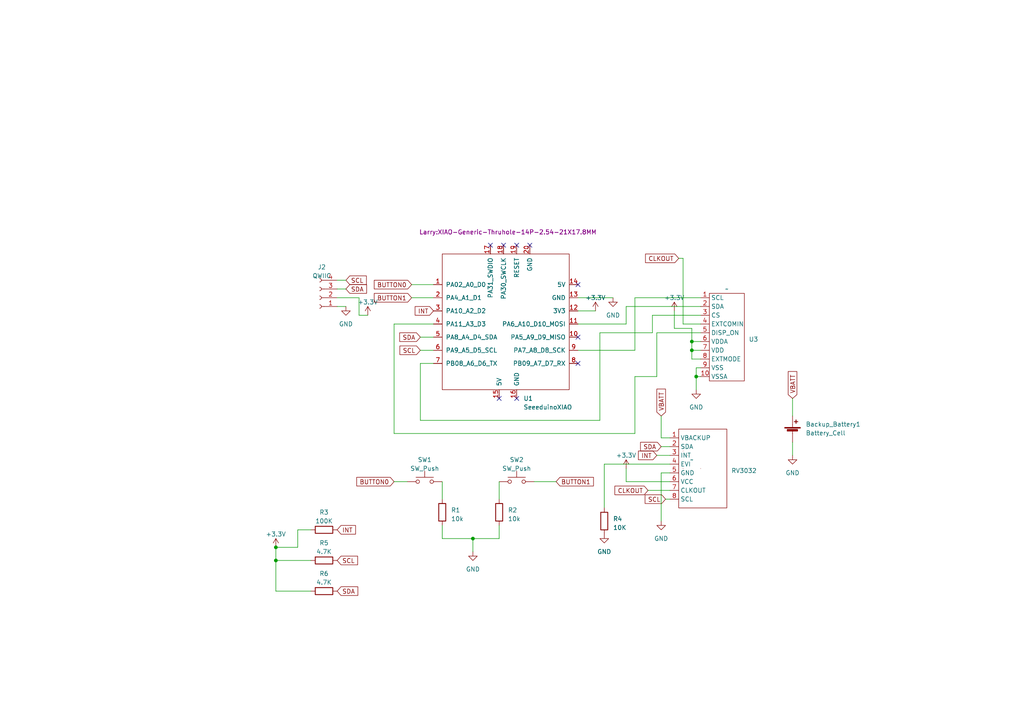
<source format=kicad_sch>
(kicad_sch (version 20230121) (generator eeschema)
  (paper "A4")
  (lib_symbols
    (symbol "Connector:Conn_01x04_Socket" (pin_names (offset 1.016) hide)
      (property "Reference" "J" (at 0 5.08 0))
      (property "Value" "Conn_01x04_Socket" (at 0 -7.62 0))
      (symbol "Conn_01x04_Socket_1_1"
        (arc (start 0 -4.572) (mid -0.5058 -5.08) (end 0 -5.588) (stroke (width 0.1524)))
        (arc (start 0 -2.032) (mid -0.5058 -2.54) (end 0 -3.048) (stroke (width 0.1524)))
        (polyline (pts (xy -1.27 -5.08) (xy -0.508 -5.08)) (stroke (width 0.1524)))
        (polyline (pts (xy -1.27 -2.54) (xy -0.508 -2.54)) (stroke (width 0.1524)))
        (polyline (pts (xy -1.27 0) (xy -0.508 0)) (stroke (width 0.1524)))
        (polyline (pts (xy -1.27 2.54) (xy -0.508 2.54)) (stroke (width 0.1524)))
        (arc (start 0 0.508) (mid -0.5058 0) (end 0 -0.508) (stroke (width 0.1524)))
        (arc (start 0 3.048) (mid -0.5058 2.54) (end 0 2.032) (stroke (width 0.1524)))
        (pin passive line (at -5.08 2.54 0) (length 3.81) (name "Pin_1") (number "1"))
        (pin passive line (at -5.08 0 0) (length 3.81) (name "Pin_2") (number "2"))
        (pin passive line (at -5.08 -2.54 0) (length 3.81) (name "Pin_3") (number "3"))
        (pin passive line (at -5.08 -5.08 0) (length 3.81) (name "Pin_4") (number "4"))
      )
    )
    (symbol "Device:Battery_Cell" (pin_numbers hide) (pin_names (offset 0) hide)
      (property "Reference" "BT" (at 2.54 2.54 0))
      (property "Value" "Battery_Cell" (at 2.54 0 0))
      (symbol "Battery_Cell_0_1"
        (rectangle (start -2.286 1.778) (end 2.286 1.524) (fill (type outline)))
        (rectangle (start -1.5748 1.1938) (end 1.4732 0.6858) (fill (type outline)))
        (polyline (pts (xy 0 0.762) (xy 0 0)))
        (polyline (pts (xy 0 1.778) (xy 0 2.54)))
        (polyline (pts (xy 0.508 3.429) (xy 1.524 3.429)) (stroke (width 0.254)))
        (polyline (pts (xy 1.016 3.937) (xy 1.016 2.921)) (stroke (width 0.254)))
      )
      (symbol "Battery_Cell_1_1"
        (pin passive line (at 0 5.08 270) (length 2.54) (name "+") (number "1"))
        (pin passive line (at 0 -2.54 90) (length 2.54) (name "-") (number "2"))
      )
    )
    (symbol "Device:R" (pin_numbers hide) (pin_names (offset 0))
      (property "Reference" "R" (at 2.032 0 90))
      (property "Value" "R" (at 0 0 90))
      (symbol "R_0_1"
        (rectangle (start -1.016 -2.54) (end 1.016 2.54) (stroke (width 0.254)))
      )
      (symbol "R_1_1"
        (pin passive line (at 0 3.81 270) (length 1.27) (name "~") (number "1"))
        (pin passive line (at 0 -3.81 90) (length 1.27) (name "~") (number "2"))
      )
    )
    (symbol "Larry_Library:RV_3032_C7"
      (property "Reference" "U" (at 2.54 10.16 0))
      (symbol "RV_3032_C7_0_1"
        (rectangle (start -3.81 8.89) (end 10.16 -13.97))
        (rectangle (start -2.54 -2.54) (end -2.54 -2.54))
        (rectangle (start -2.54 2.54) (end -2.54 2.54))
        (rectangle (start -1.27 1.27) (end -1.27 1.27))
        (rectangle (start 2.54 -2.54) (end 2.54 -2.54))
      )
      (symbol "RV_3032_C7_1_1"
        (pin output line (at -6.35 6.35 0) (length 2.54) (name "VBACKUP") (number "1"))
        (pin bidirectional line (at -6.35 3.81 0) (length 2.54) (name "SDA") (number "2"))
        (pin output line (at -6.35 1.27 0) (length 2.54) (name "INT") (number "3"))
        (pin input line (at -6.35 -1.27 0) (length 2.54) (name "EVI") (number "4"))
        (pin power_in line (at -6.35 -3.81 0) (length 2.54) (name "GND") (number "5"))
        (pin power_in line (at -6.35 -6.35 0) (length 2.54) (name "VCC") (number "6"))
        (pin output line (at -6.35 -8.89 0) (length 2.54) (name "CLKOUT") (number "7"))
        (pin input line (at -6.35 -11.43 0) (length 2.54) (name "SCL") (number "8"))
      )
    )
    (symbol "Larry_Library:SeeeduinoXIAO" (pin_names (offset 1.016))
      (property "Reference" "U" (at -19.05 22.86 0))
      (property "Value" "SeeeduinoXIAO" (at -12.7 21.59 0))
      (symbol "SeeeduinoXIAO_0_1"
        (rectangle (start -19.05 20.32) (end 17.78 -19.05))
      )
      (symbol "SeeeduinoXIAO_1_1"
        (pin unspecified line (at -21.59 11.43 0) (length 2.54) (name "PA02_A0_D0") (number "1"))
        (pin unspecified line (at 20.32 -3.81 180) (length 2.54) (name "PA5_A9_D9_MISO") (number "10"))
        (pin unspecified line (at 20.32 0 180) (length 2.54) (name "PA6_A10_D10_MOSI") (number "11"))
        (pin unspecified line (at 20.32 3.81 180) (length 2.54) (name "3V3") (number "12"))
        (pin unspecified line (at 20.32 7.62 180) (length 2.54) (name "GND") (number "13"))
        (pin unspecified line (at 20.32 11.43 180) (length 2.54) (name "5V") (number "14"))
        (pin input line (at -2.54 -21.59 90) (length 2.54) (name "5V") (number "15"))
        (pin input line (at 2.54 -21.59 90) (length 2.54) (name "GND") (number "16"))
        (pin input line (at -5.08 22.86 270) (length 2.54) (name "PA31_SWDIO") (number "17"))
        (pin input line (at -1.27 22.86 270) (length 2.54) (name "PA30_SWCLK") (number "18"))
        (pin input line (at 2.54 22.86 270) (length 2.54) (name "RESET") (number "19"))
        (pin unspecified line (at -21.59 7.62 0) (length 2.54) (name "PA4_A1_D1") (number "2"))
        (pin input line (at 6.35 22.86 270) (length 2.54) (name "GND") (number "20"))
        (pin unspecified line (at -21.59 3.81 0) (length 2.54) (name "PA10_A2_D2") (number "3"))
        (pin unspecified line (at -21.59 0 0) (length 2.54) (name "PA11_A3_D3") (number "4"))
        (pin unspecified line (at -21.59 -3.81 0) (length 2.54) (name "PA8_A4_D4_SDA") (number "5"))
        (pin unspecified line (at -21.59 -7.62 0) (length 2.54) (name "PA9_A5_D5_SCL") (number "6"))
        (pin unspecified line (at -21.59 -11.43 0) (length 2.54) (name "PB08_A6_D6_TX") (number "7"))
        (pin unspecified line (at 20.32 -11.43 180) (length 2.54) (name "PB09_A7_D7_RX") (number "8"))
        (pin unspecified line (at 20.32 -7.62 180) (length 2.54) (name "PA7_A8_D8_SCK") (number "9"))
      )
    )
    (symbol "Larry_Library:Sharp_Memory_LCD"
      (property "Reference" "U" (at 0 0 0))
      (symbol "Sharp_Memory_LCD_0_1"
        (rectangle (start -5.08 -1.27) (end 5.08 -26.67))
      )
      (symbol "Sharp_Memory_LCD_1_1"
        (pin input line (at -7.62 -2.54 0) (length 2.54) (name "SCL") (number "1"))
        (pin power_in line (at -7.62 -25.4 0) (length 2.54) (name "VSSA") (number "10"))
        (pin input line (at -7.62 -5.08 0) (length 2.54) (name "SDA") (number "2"))
        (pin input line (at -7.62 -7.62 0) (length 2.54) (name "CS") (number "3"))
        (pin input line (at -7.62 -10.16 0) (length 2.54) (name "EXTCOMIN") (number "4"))
        (pin input line (at -7.62 -12.7 0) (length 2.54) (name "DISP_ON") (number "5"))
        (pin power_in line (at -7.62 -15.24 0) (length 2.54) (name "VDDA") (number "6"))
        (pin power_in line (at -7.62 -17.78 0) (length 2.54) (name "VDD") (number "7"))
        (pin input line (at -7.62 -20.32 0) (length 2.54) (name "EXTMODE") (number "8"))
        (pin power_in line (at -7.62 -22.86 0) (length 2.54) (name "VSS") (number "9"))
      )
    )
    (symbol "Switch:SW_Push" (pin_numbers hide) (pin_names (offset 1.016) hide)
      (property "Reference" "SW" (at 1.27 2.54 0))
      (property "Value" "SW_Push" (at 0 -1.524 0))
      (symbol "SW_Push_0_1"
        (circle (center -2.032 0) (radius 0.508))
        (polyline (pts (xy 0 1.27) (xy 0 3.048)))
        (polyline (pts (xy 2.54 1.27) (xy -2.54 1.27)))
        (circle (center 2.032 0) (radius 0.508))
        (pin passive line (at -5.08 0 0) (length 2.54) (name "1") (number "1"))
        (pin passive line (at 5.08 0 180) (length 2.54) (name "2") (number "2"))
      )
    )
    (symbol "power:+3.3V" (power) (pin_names (offset 0))
      (property "Value" "+3.3V" (at 0 3.556 0))
      (symbol "+3.3V_0_1"
        (polyline (pts (xy -0.762 1.27) (xy 0 2.54)))
        (polyline (pts (xy 0 0) (xy 0 2.54)))
        (polyline (pts (xy 0 2.54) (xy 0.762 1.27)))
      )
      (symbol "+3.3V_1_1"
        (pin power_in line (at 0 0 90) (length 0) hide (name "+3.3V") (number "1"))
      )
    )
    (symbol "power:GND" (power) (pin_names (offset 0))
      (property "Value" "GND" (at 0 -3.81 0))
      (symbol "GND_0_1"
        (polyline (pts (xy 0 0) (xy 0 -1.27) (xy 1.27 -1.27) (xy 0 -2.54) (xy -1.27 -1.27) (xy 0 -1.27)))
      )
      (symbol "GND_1_1"
        (pin power_in line (at 0 0 270) (length 0) hide (name "GND") (number "1"))
      )
    )
  )
  (junction (at 80.01 162.56))
  (junction (at 80.01 158.75))
  (junction (at 201.93 109.22))
  (junction (at 200.66 101.6))
  (junction (at 137.16 156.21))
  (junction (at 200.66 99.06))
  (no_connect (at 167.64 82.55))
  (no_connect (at 142.24 71.12))
  (no_connect (at 149.86 71.12))
  (no_connect (at 167.64 97.79))
  (no_connect (at 146.05 71.12))
  (no_connect (at 167.64 105.41))
  (no_connect (at 153.67 71.12))
  (no_connect (at 149.86 115.57))
  (no_connect (at 144.78 115.57))
  (wire (pts (xy 189.23 96.52) (xy 189.23 91.44)))
  (wire (pts (xy 191.77 137.16) (xy 191.77 151.13)))
  (wire (pts (xy 181.61 88.9) (xy 181.61 93.98)))
  (wire (pts (xy 121.92 97.79) (xy 125.73 97.79)))
  (wire (pts (xy 114.3 139.7) (xy 118.11 139.7)))
  (wire (pts (xy 201.93 109.22) (xy 203.2 109.22)))
  (wire (pts (xy 191.77 129.54) (xy 194.31 129.54)))
  (wire (pts (xy 175.26 134.62) (xy 175.26 147.32)))
  (wire (pts (xy 187.96 142.24) (xy 194.31 142.24)))
  (wire (pts (xy 167.64 86.36) (xy 177.8 86.36)))
  (wire (pts (xy 195.58 95.25) (xy 195.58 90.17)))
  (wire (pts (xy 90.17 171.45) (xy 80.01 171.45)))
  (wire (pts (xy 200.66 101.6) (xy 203.2 101.6)))
  (wire (pts (xy 173.99 96.52) (xy 189.23 96.52)))
  (wire (pts (xy 104.14 91.44) (xy 106.68 91.44)))
  (wire (pts (xy 198.12 74.93) (xy 196.85 74.93)))
  (wire (pts (xy 154.94 139.7) (xy 161.29 139.7)))
  (wire (pts (xy 190.5 109.22) (xy 190.5 96.52)))
  (wire (pts (xy 190.5 96.52) (xy 203.2 96.52)))
  (wire (pts (xy 86.36 158.75) (xy 80.01 158.75)))
  (wire (pts (xy 121.92 101.6) (xy 125.73 101.6)))
  (wire (pts (xy 97.79 81.28) (xy 100.33 81.28)))
  (wire (pts (xy 200.66 99.06) (xy 203.2 99.06)))
  (wire (pts (xy 184.15 101.6) (xy 167.64 101.6)))
  (wire (pts (xy 137.16 156.21) (xy 128.27 156.21)))
  (wire (pts (xy 144.78 156.21) (xy 137.16 156.21)))
  (wire (pts (xy 194.31 137.16) (xy 191.77 137.16)))
  (wire (pts (xy 90.17 153.67) (xy 86.36 153.67)))
  (wire (pts (xy 119.38 86.36) (xy 125.73 86.36)))
  (wire (pts (xy 137.16 160.02) (xy 137.16 156.21)))
  (wire (pts (xy 104.14 86.36) (xy 104.14 91.44)))
  (wire (pts (xy 121.92 105.41) (xy 125.73 105.41)))
  (wire (pts (xy 201.93 106.68) (xy 201.93 109.22)))
  (wire (pts (xy 203.2 88.9) (xy 181.61 88.9)))
  (wire (pts (xy 97.79 88.9) (xy 100.33 88.9)))
  (wire (pts (xy 198.12 93.98) (xy 198.12 74.93)))
  (wire (pts (xy 114.3 93.98) (xy 114.3 125.73)))
  (wire (pts (xy 119.38 82.55) (xy 125.73 82.55)))
  (wire (pts (xy 203.2 104.14) (xy 200.66 104.14)))
  (wire (pts (xy 128.27 156.21) (xy 128.27 152.4)))
  (wire (pts (xy 190.5 132.08) (xy 194.31 132.08)))
  (wire (pts (xy 194.31 139.7) (xy 181.61 139.7)))
  (wire (pts (xy 191.77 120.65) (xy 191.77 127)))
  (wire (pts (xy 184.15 86.36) (xy 184.15 101.6)))
  (wire (pts (xy 194.31 134.62) (xy 175.26 134.62)))
  (wire (pts (xy 167.64 93.98) (xy 181.61 93.98)))
  (wire (pts (xy 191.77 127) (xy 194.31 127)))
  (wire (pts (xy 200.66 99.06) (xy 200.66 95.25)))
  (wire (pts (xy 189.23 91.44) (xy 203.2 91.44)))
  (wire (pts (xy 173.99 96.52) (xy 173.99 121.92)))
  (wire (pts (xy 121.92 121.92) (xy 121.92 105.41)))
  (wire (pts (xy 90.17 162.56) (xy 80.01 162.56)))
  (wire (pts (xy 184.15 109.22) (xy 190.5 109.22)))
  (wire (pts (xy 97.79 86.36) (xy 104.14 86.36)))
  (wire (pts (xy 86.36 153.67) (xy 86.36 158.75)))
  (wire (pts (xy 80.01 162.56) (xy 80.01 171.45)))
  (wire (pts (xy 144.78 139.7) (xy 144.78 144.78)))
  (wire (pts (xy 229.87 115.57) (xy 229.87 120.65)))
  (wire (pts (xy 203.2 106.68) (xy 201.93 106.68)))
  (wire (pts (xy 167.64 90.17) (xy 172.72 90.17)))
  (wire (pts (xy 80.01 158.75) (xy 80.01 162.56)))
  (wire (pts (xy 203.2 86.36) (xy 184.15 86.36)))
  (wire (pts (xy 193.04 144.78) (xy 194.31 144.78)))
  (wire (pts (xy 200.66 104.14) (xy 200.66 101.6)))
  (wire (pts (xy 195.58 95.25) (xy 200.66 95.25)))
  (wire (pts (xy 114.3 125.73) (xy 184.15 125.73)))
  (wire (pts (xy 200.66 101.6) (xy 200.66 99.06)))
  (wire (pts (xy 181.61 139.7) (xy 181.61 135.89)))
  (wire (pts (xy 97.79 83.82) (xy 100.33 83.82)))
  (wire (pts (xy 128.27 139.7) (xy 128.27 144.78)))
  (wire (pts (xy 125.73 93.98) (xy 114.3 93.98)))
  (wire (pts (xy 201.93 109.22) (xy 201.93 113.03)))
  (wire (pts (xy 203.2 93.98) (xy 198.12 93.98)))
  (wire (pts (xy 229.87 128.27) (xy 229.87 132.08)))
  (wire (pts (xy 173.99 121.92) (xy 121.92 121.92)))
  (wire (pts (xy 144.78 152.4) (xy 144.78 156.21)))
  (wire (pts (xy 184.15 109.22) (xy 184.15 125.73)))
  (global_label "SCL" (shape input) (at 121.92 101.6 180) (property "Intersheetrefs" "${INTERSHEET_REFS}" (effects hide)))
  (global_label "INT" (shape input) (at 97.79 153.67 0) (property "Intersheetrefs" "${INTERSHEET_REFS}" (effects hide)))
  (global_label "INT" (shape input) (at 190.5 132.08 180) (property "Intersheetrefs" "${INTERSHEET_REFS}" (effects hide)))
  (global_label "INT" (shape input) (at 125.73 90.17 180) (property "Intersheetrefs" "${INTERSHEET_REFS}" (effects hide)))
  (global_label "CLKOUT" (shape input) (at 196.85 74.93 180) (property "Intersheetrefs" "${INTERSHEET_REFS}" (effects hide)))
  (global_label "BUTTON1" (shape input) (at 119.38 86.36 180) (property "Intersheetrefs" "${INTERSHEET_REFS}" (effects hide)))
  (global_label "SCL" (shape input) (at 193.04 144.78 180) (property "Intersheetrefs" "${INTERSHEET_REFS}" (effects hide)))
  (global_label "SCL" (shape input) (at 97.79 162.56 0) (property "Intersheetrefs" "${INTERSHEET_REFS}" (effects hide)))
  (global_label "CLKOUT" (shape input) (at 187.96 142.24 180) (property "Intersheetrefs" "${INTERSHEET_REFS}" (effects hide)))
  (global_label "SDA" (shape input) (at 100.33 83.82 0) (property "Intersheetrefs" "${INTERSHEET_REFS}" (effects hide)))
  (global_label "BUTTON0" (shape input) (at 114.3 139.7 180) (property "Intersheetrefs" "${INTERSHEET_REFS}" (effects hide)))
  (global_label "SDA" (shape input) (at 121.92 97.79 180) (property "Intersheetrefs" "${INTERSHEET_REFS}" (effects hide)))
  (global_label "VBATT" (shape input) (at 191.77 120.65 90) (property "Intersheetrefs" "${INTERSHEET_REFS}" (effects hide)))
  (global_label "VBATT" (shape input) (at 229.87 115.57 90) (property "Intersheetrefs" "${INTERSHEET_REFS}" (effects hide)))
  (global_label "SCL" (shape input) (at 100.33 81.28 0) (property "Intersheetrefs" "${INTERSHEET_REFS}" (effects hide)))
  (global_label "BUTTON0" (shape input) (at 119.38 82.55 180) (property "Intersheetrefs" "${INTERSHEET_REFS}" (effects hide)))
  (global_label "SDA" (shape input) (at 97.79 171.45 0) (property "Intersheetrefs" "${INTERSHEET_REFS}" (effects hide)))
  (global_label "BUTTON1" (shape input) (at 161.29 139.7 0) (property "Intersheetrefs" "${INTERSHEET_REFS}" (effects hide)))
  (global_label "SDA" (shape input) (at 191.77 129.54 180) (property "Intersheetrefs" "${INTERSHEET_REFS}" (effects hide)))
  (symbol (lib_id "power:GND") (at 177.8 86.36 0) (unit 1)
    (property "Reference" "#PWR01" (effects hide))
    (property "Value" "GND" (at 177.8 91.44 0))
  )
  (symbol (lib_id "power:GND") (at 201.93 113.03 0) (unit 1)
    (property "Reference" "#PWR08" (effects hide))
    (property "Value" "GND" (at 201.93 118.11 0))
  )
  (symbol (lib_id "Device:R") (at 93.98 162.56 90) (unit 1)
    (property "Reference" "R5" (at 93.98 157.48 90))
    (property "Value" "4.7K" (at 93.98 160.02 90))
    (property "Footprint" "Resistor_SMD:R_0603_1608Metric" (effects hide))
  )
  (symbol (lib_id "Connector:Conn_01x04_Socket") (at 92.71 86.36 180) (unit 1)
    (property "Reference" "J2" (at 93.345 77.47 0))
    (property "Value" "QWIIC" (at 93.345 80.01 0))
    (property "Footprint" "Connector_JST:JST_SH_SM04B-SRSS-TB_1x04-1MP_P1.00mm_Horizontal" (effects hide))
  )
  (symbol (lib_id "power:GND") (at 100.33 88.9 0) (unit 1)
    (property "Reference" "#PWR03" (effects hide))
    (property "Value" "GND" (at 100.33 93.98 0))
  )
  (symbol (lib_id "power:+3.3V") (at 80.01 158.75 0) (unit 1)
    (property "Reference" "#PWR011" (effects hide))
    (property "Value" "+3.3V" (at 80.01 154.94 0))
  )
  (symbol (lib_id "Device:R") (at 93.98 153.67 90) (unit 1)
    (property "Reference" "R3" (at 93.98 148.59 90))
    (property "Value" "100K" (at 93.98 151.13 90))
    (property "Footprint" "Resistor_SMD:R_0603_1608Metric" (effects hide))
  )
  (symbol (lib_id "power:GND") (at 191.77 151.13 0) (unit 1)
    (property "Reference" "#PWR07" (effects hide))
    (property "Value" "GND" (at 191.77 156.21 0))
  )
  (symbol (lib_id "power:+3.3V") (at 195.58 90.17 0) (unit 1)
    (property "Reference" "#PWR09" (effects hide))
    (property "Value" "+3.3V" (at 195.58 86.36 0))
  )
  (symbol (lib_id "Switch:SW_Push") (at 123.19 139.7 0) (unit 1)
    (property "Reference" "SW1" (at 123.19 133.35 0))
    (property "Value" "SW_Push" (at 123.19 135.89 0))
    (property "Footprint" "Button_Switch_SMD:SW_Push_1P1T_NO_Vertical_Wuerth_434133025816" (effects hide))
  )
  (symbol (lib_id "Larry_Library:SeeeduinoXIAO") (at 147.32 93.98 0) (unit 1)
    (property "Reference" "U1" (at 151.8159 115.57 0) (effects (justify left)))
    (property "Value" "SeeeduinoXIAO" (at 151.8159 118.11 0) (effects (justify left)))
    (property "Footprint" "Larry:XIAO-Generic-Thruhole-14P-2.54-21X17.8MM" (at 147.32 67.31 0))
  )
  (symbol (lib_id "Switch:SW_Push") (at 149.86 139.7 0) (unit 1)
    (property "Reference" "SW2" (at 149.86 133.35 0))
    (property "Value" "SW_Push" (at 149.86 135.89 0))
    (property "Footprint" "Button_Switch_SMD:SW_Push_1P1T_NO_Vertical_Wuerth_434133025816" (effects hide))
  )
  (symbol (lib_id "Device:Battery_Cell") (at 229.87 125.73 0) (unit 1)
    (property "Reference" "Backup_Battery1" (at 233.68 123.063 0) (effects (justify left)))
    (property "Value" "Battery_Cell" (at 233.68 125.603 0) (effects (justify left)))
    (property "Footprint" "Battery:CR44_Tabs" (effects hide))
  )
  (symbol (lib_id "power:GND") (at 229.87 132.08 0) (unit 1)
    (property "Reference" "#PWR010" (effects hide))
    (property "Value" "GND" (at 229.87 137.16 0))
  )
  (symbol (lib_id "power:+3.3V") (at 181.61 135.89 0) (unit 1)
    (property "Reference" "#PWR06" (effects hide))
    (property "Value" "+3.3V" (at 181.61 132.08 0))
  )
  (symbol (lib_id "power:GND") (at 137.16 160.02 0) (unit 1)
    (property "Reference" "#PWR02" (effects hide))
    (property "Value" "GND" (at 137.16 165.1 0))
  )
  (symbol (lib_id "Device:R") (at 144.78 148.59 0) (unit 1)
    (property "Reference" "R2" (at 147.32 147.955 0) (effects (justify left)))
    (property "Value" "10k" (at 147.32 150.495 0) (effects (justify left)))
    (property "Footprint" "Resistor_SMD:R_0603_1608Metric" (effects hide))
  )
  (symbol (lib_id "power:GND") (at 175.26 154.94 0) (unit 1)
    (property "Reference" "#PWR012" (effects hide))
    (property "Value" "GND" (at 175.26 160.02 0))
  )
  (symbol (lib_id "Device:R") (at 93.98 171.45 90) (unit 1)
    (property "Reference" "R6" (at 93.98 166.37 90))
    (property "Value" "4.7K" (at 93.98 168.91 90))
    (property "Footprint" "Resistor_SMD:R_0603_1608Metric" (effects hide))
  )
  (symbol (lib_id "Larry_Library:Sharp_Memory_LCD") (at 210.82 83.82 0) (unit 1)
    (property "Reference" "U3" (at 217.17 98.425 0) (effects (justify left)))
    (property "Value" "~" (at 210.82 83.82 0))
    (property "Footprint" "Connector_FFC-FPC:TE_1-1734839-0_1x10-1MP_P0.5mm_Horizontal" (effects hide))
  )
  (symbol (lib_id "power:+3.3V") (at 172.72 90.17 0) (unit 1)
    (property "Reference" "#PWR05" (effects hide))
    (property "Value" "+3.3V" (at 172.72 86.36 0))
  )
  (symbol (lib_id "Device:R") (at 128.27 148.59 0) (unit 1)
    (property "Reference" "R1" (at 130.81 147.955 0) (effects (justify left)))
    (property "Value" "10k" (at 130.81 150.495 0) (effects (justify left)))
    (property "Footprint" "Resistor_SMD:R_0603_1608Metric" (effects hide))
  )
  (symbol (lib_id "Device:R") (at 175.26 151.13 0) (unit 1)
    (property "Reference" "R4" (at 177.8 150.495 0) (effects (justify left)))
    (property "Value" "10K" (at 177.8 153.035 0) (effects (justify left)))
    (property "Footprint" "Resistor_SMD:R_0603_1608Metric" (effects hide))
  )
  (symbol (lib_id "Larry_Library:RV_3032_C7") (at 200.66 133.35 0) (unit 1)
    (property "Reference" "RV3032" (at 212.09 136.525 0) (effects (justify left)))
    (property "Value" "~" (at 200.66 133.35 0))
    (property "Footprint" "Sensor:RV_3032_C7" (effects hide))
  )
  (symbol (lib_id "power:+3.3V") (at 106.68 91.44 0) (unit 1)
    (property "Reference" "#PWR04" (effects hide))
    (property "Value" "+3.3V" (at 106.68 87.63 0))
  )
)
</source>
